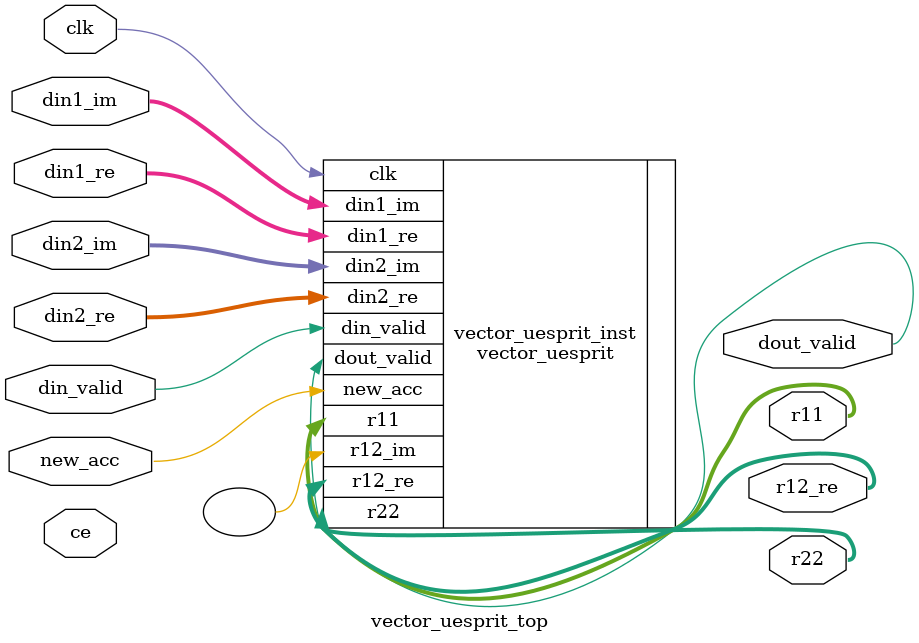
<source format=v>

module vector_uesprit_top #(
    parameter DIN_WIDTH = 18,
    parameter DIN_POINT = 17,
    //correlation matrix parameters
    parameter VECTOR_LEN = 512,
    parameter ACC_WIDTH = 20,
    parameter ACC_POINT = 17,
    parameter DOUT_WIDTH = 32
) (
    input wire clk,
    input wire ce,

    input wire signed [17:0] din1_re, din1_im,
    input wire signed [17:0] din2_re, din2_im,
    input wire din_valid,
    
    input wire new_acc,
    output wire signed [31:0] r11, r22, r12_re,
    output wire dout_valid 
);

vector_uesprit #(
    .DIN_WIDTH(DIN_WIDTH),
    .DIN_POINT(DIN_POINT),
    .VECTOR_LEN(VECTOR_LEN),
    .ACC_WIDTH(ACC_WIDTH),
    .ACC_POINT(ACC_POINT),
    .DOUT_WIDTH(DOUT_WIDTH)
) vector_uesprit_inst (
    .clk(clk),
    .din1_re(din1_re),
    .din1_im(din1_im),
    .din2_re(din2_re),
    .din2_im(din2_im),
    .din_valid(din_valid),
    .new_acc(new_acc),
    .r11(r11),
    .r22(r22),
    .r12_re(r12_re),
    .r12_im(),
    .dout_valid(dout_valid)
);


endmodule

</source>
